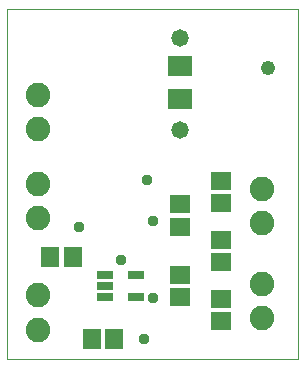
<source format=gbs>
G75*
%MOIN*%
%OFA0B0*%
%FSLAX24Y24*%
%IPPOS*%
%LPD*%
%AMOC8*
5,1,8,0,0,1.08239X$1,22.5*
%
%ADD10C,0.0000*%
%ADD11C,0.0820*%
%ADD12R,0.0592X0.0671*%
%ADD13R,0.0790X0.0710*%
%ADD14R,0.0671X0.0592*%
%ADD15R,0.0552X0.0297*%
%ADD16C,0.0580*%
%ADD17C,0.0480*%
%ADD18C,0.0378*%
D10*
X000100Y000100D02*
X000100Y011785D01*
X009785Y011785D01*
X009785Y000100D01*
X000100Y000100D01*
D11*
X001124Y001085D03*
X001124Y002225D03*
X001124Y004810D03*
X001124Y005950D03*
X001124Y007778D03*
X001124Y008918D03*
X008604Y005768D03*
X008604Y004628D03*
X008604Y002603D03*
X008604Y001463D03*
D12*
X003663Y000761D03*
X002915Y000761D03*
X002285Y003517D03*
X001537Y003517D03*
D13*
X005848Y008765D03*
X005848Y009884D03*
D14*
X007226Y006057D03*
X007226Y005309D03*
X007226Y004088D03*
X007226Y003340D03*
X007226Y002120D03*
X007226Y001372D03*
X005848Y002159D03*
X005848Y002907D03*
X005848Y004521D03*
X005848Y005269D03*
D15*
X004391Y002907D03*
X004391Y002159D03*
X003368Y002159D03*
X003368Y002533D03*
X003368Y002907D03*
D16*
X005848Y007750D03*
X005848Y010801D03*
D17*
X008801Y009817D03*
D18*
X004765Y006076D03*
X004962Y004698D03*
X003880Y003419D03*
X004962Y002139D03*
X004667Y000761D03*
X002502Y004502D03*
M02*

</source>
